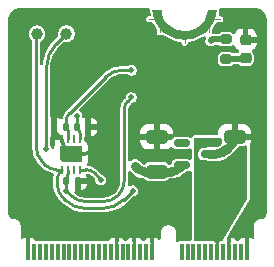
<source format=gbr>
%TF.GenerationSoftware,KiCad,Pcbnew,9.0.0*%
%TF.CreationDate,2025-05-22T17:38:36+04:00*%
%TF.ProjectId,02_06_sensor_temphumid_HDC3022DEJR,30325f30-365f-4736-956e-736f725f7465,rev?*%
%TF.SameCoordinates,Original*%
%TF.FileFunction,Copper,L1,Top*%
%TF.FilePolarity,Positive*%
%FSLAX46Y46*%
G04 Gerber Fmt 4.6, Leading zero omitted, Abs format (unit mm)*
G04 Created by KiCad (PCBNEW 9.0.0) date 2025-05-22 17:38:36*
%MOMM*%
%LPD*%
G01*
G04 APERTURE LIST*
G04 Aperture macros list*
%AMRoundRect*
0 Rectangle with rounded corners*
0 $1 Rounding radius*
0 $2 $3 $4 $5 $6 $7 $8 $9 X,Y pos of 4 corners*
0 Add a 4 corners polygon primitive as box body*
4,1,4,$2,$3,$4,$5,$6,$7,$8,$9,$2,$3,0*
0 Add four circle primitives for the rounded corners*
1,1,$1+$1,$2,$3*
1,1,$1+$1,$4,$5*
1,1,$1+$1,$6,$7*
1,1,$1+$1,$8,$9*
0 Add four rect primitives between the rounded corners*
20,1,$1+$1,$2,$3,$4,$5,0*
20,1,$1+$1,$4,$5,$6,$7,0*
20,1,$1+$1,$6,$7,$8,$9,0*
20,1,$1+$1,$8,$9,$2,$3,0*%
%AMFreePoly0*
4,1,6,0.900000,-0.650013,-0.750013,-0.650013,-0.900000,-0.500000,-0.900000,0.650013,0.900000,0.650013,0.900000,-0.650013,0.900000,-0.650013,$1*%
G04 Aperture macros list end*
%TA.AperFunction,EtchedComponent*%
%ADD10C,0.101600*%
%TD*%
%TA.AperFunction,EtchedComponent*%
%ADD11C,0.000000*%
%TD*%
%TA.AperFunction,SMDPad,CuDef*%
%ADD12R,0.350000X1.450000*%
%TD*%
%TA.AperFunction,ComponentPad*%
%ADD13C,0.454000*%
%TD*%
%TA.AperFunction,SMDPad,CuDef*%
%ADD14RoundRect,0.218750X-0.256250X0.218750X-0.256250X-0.218750X0.256250X-0.218750X0.256250X0.218750X0*%
%TD*%
%TA.AperFunction,SMDPad,CuDef*%
%ADD15C,1.000000*%
%TD*%
%TA.AperFunction,SMDPad,CuDef*%
%ADD16RoundRect,0.135000X-0.135000X-0.185000X0.135000X-0.185000X0.135000X0.185000X-0.135000X0.185000X0*%
%TD*%
%TA.AperFunction,SMDPad,CuDef*%
%ADD17R,0.250013X0.700000*%
%TD*%
%TA.AperFunction,SMDPad,CuDef*%
%ADD18FreePoly0,0.000000*%
%TD*%
%TA.AperFunction,SMDPad,CuDef*%
%ADD19RoundRect,0.150000X0.512500X0.150000X-0.512500X0.150000X-0.512500X-0.150000X0.512500X-0.150000X0*%
%TD*%
%TA.AperFunction,SMDPad,CuDef*%
%ADD20RoundRect,0.140000X-0.140000X-0.170000X0.140000X-0.170000X0.140000X0.170000X-0.140000X0.170000X0*%
%TD*%
%TA.AperFunction,SMDPad,CuDef*%
%ADD21RoundRect,0.135000X0.135000X0.185000X-0.135000X0.185000X-0.135000X-0.185000X0.135000X-0.185000X0*%
%TD*%
%TA.AperFunction,SMDPad,CuDef*%
%ADD22RoundRect,0.250000X0.650000X-0.325000X0.650000X0.325000X-0.650000X0.325000X-0.650000X-0.325000X0*%
%TD*%
%TA.AperFunction,SMDPad,CuDef*%
%ADD23RoundRect,0.200000X-0.275000X0.200000X-0.275000X-0.200000X0.275000X-0.200000X0.275000X0.200000X0*%
%TD*%
%TA.AperFunction,ViaPad*%
%ADD24C,0.700000*%
%TD*%
%TA.AperFunction,ViaPad*%
%ADD25C,0.500000*%
%TD*%
%TA.AperFunction,Conductor*%
%ADD26C,0.500000*%
%TD*%
%TA.AperFunction,Conductor*%
%ADD27C,0.250000*%
%TD*%
%TA.AperFunction,Conductor*%
%ADD28C,0.750000*%
%TD*%
%TA.AperFunction,Conductor*%
%ADD29C,0.300000*%
%TD*%
G04 APERTURE END LIST*
D10*
%TO.C,J1*%
X150401100Y-93365617D02*
X149501100Y-93365617D01*
X150401100Y-93365617D02*
X150401100Y-94465617D01*
X152501100Y-94665617D02*
X152501100Y-95365617D01*
X154601100Y-93365617D02*
X154601100Y-94465617D01*
X154601100Y-93365617D02*
X155501100Y-93365617D01*
D11*
%TA.AperFunction,EtchedComponent*%
G36*
X150589520Y-92903790D02*
G01*
X150672547Y-93182404D01*
X150798137Y-93444600D01*
X150963197Y-93683921D01*
X151163663Y-93894475D01*
X151394599Y-94071077D01*
X151650318Y-94209378D01*
X151924524Y-94305973D01*
X152501100Y-94365617D01*
X152791735Y-94358484D01*
X153077676Y-94305973D01*
X153351882Y-94209378D01*
X153607601Y-94071077D01*
X153838537Y-93894475D01*
X154039003Y-93683921D01*
X154204063Y-93444600D01*
X154329653Y-93182404D01*
X154451100Y-92615617D01*
X155251100Y-92615617D01*
X155188052Y-92979552D01*
X155077551Y-93331991D01*
X154921527Y-93666775D01*
X154722708Y-93978053D01*
X154484567Y-94260387D01*
X154211266Y-94508843D01*
X153907580Y-94719078D01*
X153578818Y-94887420D01*
X153230723Y-95010926D01*
X152869379Y-95087437D01*
X152501100Y-95115617D01*
X152131911Y-95089990D01*
X151769434Y-95015377D01*
X151420137Y-94893111D01*
X151090257Y-94725373D01*
X150785681Y-94515157D01*
X150511846Y-94266216D01*
X150273640Y-93982994D01*
X150075315Y-93670545D01*
X149920411Y-93334448D01*
X149751100Y-92615617D01*
X150551100Y-92615617D01*
X150589520Y-92903790D01*
G37*
%TD.AperFunction*%
%TD*%
D12*
%TO.P,J1,1,GND*%
%TO.N,GND*%
X157751100Y-113090617D03*
%TO.P,J1,3,USB_D+*%
%TO.N,/USB_D+*%
X157251100Y-113090617D03*
%TO.P,J1,5,USB_D-*%
%TO.N,/USB_D-*%
X156751100Y-113090617D03*
%TO.P,J1,7,GND*%
%TO.N,GND*%
X156251100Y-113090617D03*
%TO.P,J1,9,USB_VIN*%
%TO.N,/V_USB*%
X155751100Y-113090617D03*
%TO.P,J1,11,~{BOOT}*%
%TO.N,VIN*%
X155251100Y-113090617D03*
%TO.P,J1,13,RTS1*%
%TO.N,/UART_RTS1*%
X154751100Y-113090617D03*
%TO.P,J1,15,CTS1*%
%TO.N,/UART_CTS1*%
X154251100Y-113090617D03*
%TO.P,J1,17,TX1*%
%TO.N,HDC3022DEJR_TX*%
X153751100Y-113090617D03*
%TO.P,J1,19,RX1*%
%TO.N,HDC3022DEJR_RX*%
X153251100Y-113090617D03*
%TO.P,J1,21,SWDCK*%
%TO.N,/SWDCK*%
X152751100Y-113090617D03*
%TO.P,J1,23,SWDIO*%
%TO.N,/SWDIO*%
X152251100Y-113090617D03*
%TO.P,J1,33,GND*%
%TO.N,GND*%
X149751100Y-113090617D03*
%TO.P,J1,35,USBHOST_D+*%
%TO.N,/USBHOST_D+*%
X149251100Y-113090617D03*
%TO.P,J1,37,USBHOST_D-*%
%TO.N,/USBHOST_D-*%
X148751100Y-113090617D03*
%TO.P,J1,39,GND*%
%TO.N,GND*%
X148251100Y-113090617D03*
%TO.P,J1,41,CAN-RX*%
%TO.N,/CAN-RX*%
X147751100Y-113090617D03*
%TO.P,J1,43,CAN-TX*%
%TO.N,/CAN-TX*%
X147251100Y-113090617D03*
%TO.P,J1,45,GND*%
%TO.N,GND*%
X146751100Y-113090617D03*
%TO.P,J1,47,PWM1*%
%TO.N,/PWM1*%
X146251100Y-113090617D03*
%TO.P,J1,49,BATT_VIN/3*%
%TO.N,/BATT_VIN*%
X145751100Y-113090617D03*
%TO.P,J1,51,I2C_SDA1*%
%TO.N,/I2C_SDA1*%
X145251100Y-113090617D03*
%TO.P,J1,53,I2C_SCL1*%
%TO.N,/I2C_SCL1*%
X144751100Y-113090617D03*
%TO.P,J1,55,SPI_~{CS}*%
%TO.N,/~{SPI_CS}*%
X144251100Y-113090617D03*
%TO.P,J1,57,SPI_SCK*%
%TO.N,/SPI_SCK*%
X143751100Y-113090617D03*
%TO.P,J1,59,SPI_SDO*%
%TO.N,/SPI_COPI-LED_DAT*%
X143251100Y-113090617D03*
%TO.P,J1,61,SPI_SDI*%
%TO.N,/SPI_CIPO-LED_CLK*%
X142751100Y-113090617D03*
%TO.P,J1,63,G10/ADC_D+/CAM_VSYNC*%
%TO.N,/G10-CAM_VSYNC*%
X142251100Y-113090617D03*
%TO.P,J1,65,G9/ADC_D-/CAM_HSYNC*%
%TO.N,/G9-CAM_HSYNC*%
X141751100Y-113090617D03*
%TO.P,J1,67,G8*%
%TO.N,/G8*%
X141251100Y-113090617D03*
%TO.P,J1,69,G7/BUS7*%
%TO.N,/G7*%
X140751100Y-113090617D03*
%TO.P,J1,71,G6/BUS6*%
%TO.N,/G6*%
X140251100Y-113090617D03*
%TO.P,J1,73,G5/BUS5*%
%TO.N,/G5*%
X139751100Y-113090617D03*
%TO.P,J1,75,GND*%
%TO.N,GND*%
X139251100Y-113090617D03*
D13*
%TO.P,J1,GND1,GND*%
X150401100Y-93365617D03*
%TO.P,J1,GND2,GND*%
X152501100Y-94665617D03*
%TO.P,J1,GND3,GND*%
X154601100Y-93365617D03*
%TD*%
D14*
%TO.P,D1,1,K*%
%TO.N,GND*%
X157660000Y-95112500D03*
%TO.P,D1,2,A*%
%TO.N,Net-(D1-A)*%
X157660000Y-96687500D03*
%TD*%
D15*
%TO.P,SCL,1,1*%
%TO.N,HDC3022DEJR_SCL*%
X142500000Y-94600000D03*
%TD*%
%TO.P,SDA,1,1*%
%TO.N,HDC3022DEJR_SDA*%
X140000000Y-94600000D03*
%TD*%
D16*
%TO.P,R2,1*%
%TO.N,HDC3022DEJR_ADDR*%
X142439809Y-107099950D03*
%TO.P,R2,2*%
%TO.N,GND*%
X143459809Y-107099950D03*
%TD*%
D17*
%TO.P,U1,1,SDA*%
%TO.N,HDC3022DEJR_SDA*%
X142149936Y-106099950D03*
%TO.P,U1,2,ADDR*%
%TO.N,HDC3022DEJR_ADDR*%
X142649809Y-106099950D03*
%TO.P,U1,3,ALERT*%
%TO.N,HDC3022DEJR_INT*%
X143149936Y-106099950D03*
%TO.P,U1,4,SCL*%
%TO.N,HDC3022DEJR_SCL*%
X143650064Y-106099950D03*
%TO.P,U1,5,VDD*%
%TO.N,+3V3*%
X143650064Y-103500000D03*
%TO.P,U1,6,RESET#*%
%TO.N,unconnected-(U1-RESET#-Pad6)*%
X143149936Y-103500000D03*
%TO.P,U1,7,ADDR1*%
%TO.N,HDC3022DEJR_ADDR1*%
X142649809Y-103500000D03*
%TO.P,U1,8,GND*%
%TO.N,GND*%
X142149936Y-103500000D03*
D18*
%TO.P,U1,9,EP*%
X142884760Y-104787275D03*
%TD*%
D19*
%TO.P,U2,1,VIN*%
%TO.N,VIN*%
X154537500Y-105750000D03*
%TO.P,U2,2,GND*%
%TO.N,GND*%
X154537500Y-104800000D03*
%TO.P,U2,3,EN*%
%TO.N,VIN*%
X154537500Y-103850000D03*
%TO.P,U2,4,NC*%
%TO.N,unconnected-(U2-NC-Pad4)*%
X152262500Y-103850000D03*
%TO.P,U2,5,VOUT*%
%TO.N,+3V3*%
X152262500Y-105750000D03*
%TD*%
D20*
%TO.P,C1,1*%
%TO.N,+3V3*%
X143369809Y-102499950D03*
%TO.P,C1,2*%
%TO.N,GND*%
X144329809Y-102499950D03*
%TD*%
D21*
%TO.P,R3,1*%
%TO.N,HDC3022DEJR_ADDR1*%
X142459809Y-102499950D03*
%TO.P,R3,2*%
%TO.N,GND*%
X141439809Y-102499950D03*
%TD*%
D22*
%TO.P,C3,1*%
%TO.N,VIN*%
X156737500Y-106275000D03*
%TO.P,C3,2*%
%TO.N,GND*%
X156737500Y-103325000D03*
%TD*%
D23*
%TO.P,R1,1*%
%TO.N,+3V3*%
X156000000Y-95075000D03*
%TO.P,R1,2*%
%TO.N,Net-(D1-A)*%
X156000000Y-96725000D03*
%TD*%
D22*
%TO.P,C4,1*%
%TO.N,+3V3*%
X150137500Y-106275000D03*
%TO.P,C4,2*%
%TO.N,GND*%
X150137500Y-103325000D03*
%TD*%
D24*
%TO.N,GND*%
X156600000Y-101500000D03*
X156600000Y-100500000D03*
X157600000Y-99500000D03*
X157600000Y-100500000D03*
X157600000Y-101500000D03*
X155600000Y-101500000D03*
X147100000Y-94400000D03*
X147100000Y-95400000D03*
X146100000Y-96400000D03*
X146100000Y-95400000D03*
X146100000Y-94400000D03*
X148100000Y-94400000D03*
D25*
%TO.N,+3V3*%
X148300000Y-105800000D03*
X154700000Y-95200000D03*
X143369809Y-101530191D03*
%TO.N,HDC3022DEJR_SCL*%
X140800000Y-104400000D03*
X145400000Y-107000000D03*
%TO.N,HDC3022DEJR_SDA*%
X148100000Y-107900000D03*
%TO.N,HDC3022DEJR_ADDR*%
X142500000Y-107900000D03*
X148000000Y-100000000D03*
%TO.N,HDC3022DEJR_ADDR1*%
X148000000Y-97700000D03*
%TD*%
D26*
%TO.N,+3V3*%
X154700000Y-95200000D02*
X154825000Y-95075000D01*
X154825000Y-95075000D02*
X156000000Y-95075000D01*
D27*
%TO.N,HDC3022DEJR_ADDR1*%
X142768937Y-101316474D02*
G75*
G03*
X142459780Y-102062776I746263J-746326D01*
G01*
X147192706Y-97700000D02*
G75*
G03*
X145814561Y-98270836I-6J-1949000D01*
G01*
%TO.N,HDC3022DEJR_ADDR*%
X142439809Y-107099950D02*
X142439809Y-107389900D01*
D28*
%TO.N,VIN*%
X155104100Y-105750000D02*
X154537500Y-105750000D01*
D29*
%TO.N,GND*%
X142615008Y-104517523D02*
G75*
G03*
X143266246Y-104787246I651192J651223D01*
G01*
X144506362Y-104593637D02*
G75*
G02*
X144038880Y-104787273I-467462J467437D01*
G01*
D27*
X142052275Y-103402339D02*
G75*
G02*
X142149926Y-103638112I-235775J-235761D01*
G01*
%TO.N,+3V3*%
X143369809Y-102400865D02*
G75*
G03*
X143439859Y-102570026I239191J-35D01*
G01*
D29*
%TO.N,GND*%
X144506362Y-104593637D02*
X144700000Y-104400000D01*
X143266246Y-104787275D02*
X144038880Y-104787275D01*
D27*
%TO.N,HDC3022DEJR_ADDR1*%
X148000000Y-97700000D02*
X147192706Y-97700000D01*
X142768937Y-101316474D02*
X145814568Y-98270843D01*
X142459809Y-102062776D02*
X142459809Y-102499950D01*
%TO.N,+3V3*%
X143650064Y-102978375D02*
X143650064Y-103500000D01*
D28*
X148537500Y-106037500D02*
X148300000Y-105800000D01*
X150137500Y-106275000D02*
X149110875Y-106275000D01*
X150137500Y-106275000D02*
X151366268Y-106275000D01*
D27*
X143369809Y-101530191D02*
X143369809Y-102400865D01*
X143509936Y-102640077D02*
X143439872Y-102570013D01*
D28*
X152000000Y-106012500D02*
X152262500Y-105750000D01*
D27*
X143509936Y-102640077D02*
G75*
G02*
X143650070Y-102978375I-338336J-338323D01*
G01*
D28*
X148537500Y-106037500D02*
G75*
G03*
X149110875Y-106275010I573400J573400D01*
G01*
X151366268Y-106275000D02*
G75*
G03*
X152000009Y-106012509I32J896200D01*
G01*
%TO.N,GND*%
X156618529Y-103780470D02*
X155974296Y-104424702D01*
X156737500Y-103493250D02*
X156737500Y-103325000D01*
D29*
X142615008Y-104517523D02*
X142345256Y-104247771D01*
D27*
X141542312Y-102892376D02*
X142052275Y-103402339D01*
X141439809Y-102644911D02*
X141439809Y-102499950D01*
D28*
X155068250Y-104800000D02*
X154537500Y-104800000D01*
D29*
X142149936Y-103776225D02*
X142149936Y-103638112D01*
D27*
X141542312Y-102892376D02*
G75*
G02*
X141439808Y-102644911I247488J247476D01*
G01*
D28*
X156737500Y-103493250D02*
G75*
G02*
X156618506Y-103780447I-406200J50D01*
G01*
D29*
X142149936Y-103776225D02*
G75*
G03*
X142345269Y-104247758I666864J25D01*
G01*
D28*
X155068250Y-104800000D02*
G75*
G03*
X155974263Y-104424669I-50J1281300D01*
G01*
%TO.N,VIN*%
X154537500Y-105750000D02*
X154254200Y-105750000D01*
D26*
X154254200Y-103850000D02*
X154537500Y-103850000D01*
D28*
X156475000Y-106012500D02*
X156737500Y-106275000D01*
X155841268Y-105750000D02*
X155104100Y-105750000D01*
X155841268Y-105750000D02*
G75*
G02*
X156475009Y-106012491I32J-896200D01*
G01*
D26*
%TO.N,Net-(D1-A)*%
X157641250Y-96706250D02*
X157660000Y-96687500D01*
X157595983Y-96725000D02*
X156000000Y-96725000D01*
X157595983Y-96725000D02*
G75*
G03*
X157641255Y-96706255I17J64000D01*
G01*
D27*
%TO.N,HDC3022DEJR_SCL*%
X144935785Y-106435785D02*
X145364644Y-106864644D01*
X140800000Y-97502081D02*
X140800000Y-104400000D01*
X141650000Y-95450000D02*
X142500000Y-94600000D01*
X144125007Y-106099950D02*
X143650064Y-106099950D01*
X145400000Y-107000000D02*
X145400000Y-106950000D01*
X144935785Y-106435785D02*
G75*
G03*
X144125007Y-106099956I-810785J-810815D01*
G01*
X145364644Y-106864644D02*
G75*
G02*
X145400003Y-106950000I-85344J-85356D01*
G01*
X140800000Y-97502081D02*
G75*
G02*
X141650005Y-95450005I2902100J-19D01*
G01*
%TO.N,HDC3022DEJR_SDA*%
X142400000Y-108700000D02*
X142212692Y-108512692D01*
X148100000Y-107900000D02*
X147350000Y-108650000D01*
X141617649Y-106099950D02*
X142149936Y-106099950D01*
X139962000Y-94638000D02*
X140000000Y-94600000D01*
X145539339Y-109400000D02*
X144089949Y-109400000D01*
X142149936Y-106099950D02*
X141924968Y-106324918D01*
X141700000Y-107274943D02*
X141700000Y-106868038D01*
X139924000Y-104117381D02*
X139924000Y-94729740D01*
X140504681Y-105519269D02*
X140708978Y-105723566D01*
X139924000Y-94729740D02*
G75*
G02*
X139961988Y-94637988I129700J40D01*
G01*
X141700000Y-107274943D02*
G75*
G03*
X142212722Y-108512662I1750400J43D01*
G01*
X145539339Y-109400000D02*
G75*
G03*
X147349988Y-108649988I-39J2560700D01*
G01*
X140504681Y-105519269D02*
G75*
G02*
X139924022Y-104117381I1401919J1401869D01*
G01*
X141924968Y-106324918D02*
G75*
G03*
X141700031Y-106868038I543132J-543082D01*
G01*
X140708978Y-105723566D02*
G75*
G03*
X141617649Y-106099987I908722J908666D01*
G01*
X142400000Y-108700000D02*
G75*
G03*
X144089949Y-109400021I1690000J1690000D01*
G01*
%TO.N,HDC3022DEJR_ADDR*%
X142544809Y-106705000D02*
X142542321Y-106707487D01*
X142649809Y-106451507D02*
X142649809Y-106099950D01*
X145652747Y-108800000D02*
X144036396Y-108800000D01*
X142950000Y-108350000D02*
X142500000Y-107900000D01*
X142439809Y-107797247D02*
X142439809Y-107389900D01*
X148000000Y-100000000D02*
X147700000Y-100300000D01*
X142439809Y-106954975D02*
X142439809Y-107099950D01*
X147400000Y-107052747D02*
X147400000Y-101024264D01*
X142469904Y-107869904D02*
X142500000Y-107900000D01*
X142544809Y-106705000D02*
G75*
G03*
X142649810Y-106451507I-253509J253500D01*
G01*
X142950000Y-108350000D02*
G75*
G03*
X144036396Y-108800002I1086400J1086400D01*
G01*
X147400000Y-101024264D02*
G75*
G02*
X147700011Y-100300011I1024300J-36D01*
G01*
X142439809Y-107797247D02*
G75*
G03*
X142469920Y-107869888I102791J47D01*
G01*
X146888241Y-108288241D02*
G75*
G02*
X145652747Y-108800019I-1235541J1235541D01*
G01*
X146888241Y-108288241D02*
G75*
G03*
X147400019Y-107052747I-1235541J1235541D01*
G01*
X142439809Y-106954975D02*
G75*
G02*
X142542336Y-106707502I349991J-25D01*
G01*
%TO.N,HDC3022DEJR_ADDR1*%
X142649809Y-102824300D02*
X142649809Y-103500000D01*
X142554809Y-102594950D02*
G75*
G02*
X142459821Y-102365599I229391J229350D01*
G01*
X142649809Y-102824300D02*
G75*
G03*
X142554801Y-102594958I-324309J0D01*
G01*
%TD*%
%TA.AperFunction,Conductor*%
%TO.N,VIN*%
G36*
X155580039Y-103419685D02*
G01*
X155625794Y-103472489D01*
X155637000Y-103524000D01*
X155637000Y-103704269D01*
X155639853Y-103734698D01*
X155668701Y-103817141D01*
X155669546Y-103833707D01*
X155675343Y-103849249D01*
X155671290Y-103867878D01*
X155672262Y-103886920D01*
X155663893Y-103901880D01*
X155660491Y-103917522D01*
X155639340Y-103945776D01*
X155621098Y-103964018D01*
X155621058Y-103964054D01*
X155571644Y-104013473D01*
X155562628Y-104021644D01*
X155469819Y-104097818D01*
X155449609Y-104111324D01*
X155349115Y-104165046D01*
X155326656Y-104174350D01*
X155217616Y-104207432D01*
X155193776Y-104212175D01*
X155084626Y-104222930D01*
X155074763Y-104223902D01*
X155062605Y-104224500D01*
X154461734Y-104224500D01*
X154315365Y-104263719D01*
X154315364Y-104263719D01*
X154315362Y-104263720D01*
X154315359Y-104263721D01*
X154282166Y-104282886D01*
X154220165Y-104299500D01*
X153991739Y-104299500D01*
X153923608Y-104309426D01*
X153818514Y-104360803D01*
X153735803Y-104443514D01*
X153684426Y-104548608D01*
X153674500Y-104616739D01*
X153674500Y-104983260D01*
X153684426Y-105051391D01*
X153735803Y-105156485D01*
X153818514Y-105239196D01*
X153818515Y-105239196D01*
X153818517Y-105239198D01*
X153923607Y-105290573D01*
X153957673Y-105295536D01*
X153991739Y-105300500D01*
X153991740Y-105300500D01*
X154220165Y-105300500D01*
X154282166Y-105317114D01*
X154315359Y-105336278D01*
X154315360Y-105336278D01*
X154315365Y-105336281D01*
X154461734Y-105375500D01*
X154990775Y-105375500D01*
X154998383Y-105375500D01*
X154998394Y-105375503D01*
X155016875Y-105375502D01*
X155017031Y-105375547D01*
X155068272Y-105375545D01*
X155068272Y-105375546D01*
X155189979Y-105375541D01*
X155431307Y-105343759D01*
X155431311Y-105343758D01*
X155666419Y-105280750D01*
X155666420Y-105280749D01*
X155666422Y-105280749D01*
X155891302Y-105187589D01*
X155891310Y-105187583D01*
X155891313Y-105187583D01*
X155982117Y-105135150D01*
X156102097Y-105065873D01*
X156120969Y-105051391D01*
X156295193Y-104917691D01*
X156295194Y-104917690D01*
X156295202Y-104917684D01*
X156333173Y-104879708D01*
X156371143Y-104841736D01*
X156371144Y-104841733D01*
X157076060Y-104136819D01*
X157137383Y-104103334D01*
X157163741Y-104100500D01*
X157441770Y-104100500D01*
X157472199Y-104097646D01*
X157472201Y-104097646D01*
X157536290Y-104075219D01*
X157600382Y-104052793D01*
X157602365Y-104051329D01*
X157604910Y-104050399D01*
X157608601Y-104048449D01*
X157608867Y-104048953D01*
X157667991Y-104027357D01*
X157736162Y-104042671D01*
X157785232Y-104092409D01*
X157800000Y-104151098D01*
X157800000Y-108565888D01*
X157782552Y-108629312D01*
X155713963Y-112104541D01*
X155662759Y-112152079D01*
X155607411Y-112165117D01*
X155556347Y-112165117D01*
X155497870Y-112176748D01*
X155497869Y-112176749D01*
X155431547Y-112221064D01*
X155387232Y-112287386D01*
X155387231Y-112287387D01*
X155375600Y-112345864D01*
X155375600Y-112638879D01*
X155371196Y-112654886D01*
X155371705Y-112669715D01*
X155358152Y-112702303D01*
X155357152Y-112703983D01*
X155305948Y-112751521D01*
X155237171Y-112763830D01*
X155172658Y-112737001D01*
X155132890Y-112679552D01*
X155126600Y-112640559D01*
X155126600Y-112345866D01*
X155126599Y-112345864D01*
X155114968Y-112287387D01*
X155114967Y-112287386D01*
X155070652Y-112221064D01*
X155004330Y-112176749D01*
X155004329Y-112176748D01*
X154945852Y-112165117D01*
X154945848Y-112165117D01*
X154556352Y-112165117D01*
X154556351Y-112165117D01*
X154525288Y-112171295D01*
X154476912Y-112171295D01*
X154445849Y-112165117D01*
X154445848Y-112165117D01*
X154056352Y-112165117D01*
X154056351Y-112165117D01*
X154025288Y-112171295D01*
X153976912Y-112171295D01*
X153945849Y-112165117D01*
X153945848Y-112165117D01*
X153556352Y-112165117D01*
X153556351Y-112165117D01*
X153525288Y-112171295D01*
X153523521Y-112171370D01*
X153522693Y-112171782D01*
X153515677Y-112171707D01*
X153487417Y-112172920D01*
X153482121Y-112172332D01*
X153445848Y-112165117D01*
X153417135Y-112165117D01*
X153410317Y-112164360D01*
X153384157Y-112153417D01*
X153356961Y-112145432D01*
X153352353Y-112140114D01*
X153345859Y-112137398D01*
X153329767Y-112114048D01*
X153311206Y-112092628D01*
X153309453Y-112084573D01*
X153306210Y-112079867D01*
X153305823Y-112067887D01*
X153300000Y-112041117D01*
X153300000Y-103524000D01*
X153319685Y-103456961D01*
X153372489Y-103411206D01*
X153424000Y-103400000D01*
X155513000Y-103400000D01*
X155580039Y-103419685D01*
G37*
%TD.AperFunction*%
%TD*%
%TA.AperFunction,Conductor*%
%TO.N,GND*%
G36*
X149497374Y-92435802D02*
G01*
X149543129Y-92488606D01*
X149553073Y-92557764D01*
X149551414Y-92566873D01*
X149550440Y-92571277D01*
X149551073Y-92662731D01*
X149621536Y-92961888D01*
X149617746Y-93031655D01*
X149576838Y-93088297D01*
X149511801Y-93113831D01*
X149500839Y-93114317D01*
X149451111Y-93114317D01*
X149358749Y-93152575D01*
X149288058Y-93223266D01*
X149249800Y-93315628D01*
X149249800Y-93415605D01*
X149262959Y-93447373D01*
X149288058Y-93507967D01*
X149358750Y-93578659D01*
X149451113Y-93616917D01*
X149635438Y-93616917D01*
X149697636Y-93633645D01*
X149848942Y-93721375D01*
X149859394Y-93732378D01*
X149872847Y-93739415D01*
X149895638Y-93769333D01*
X149901808Y-93780662D01*
X149901815Y-93780673D01*
X150100140Y-94093122D01*
X150113625Y-94111522D01*
X150116374Y-94115272D01*
X150116377Y-94115277D01*
X150120693Y-94120407D01*
X150148783Y-94184381D01*
X150149800Y-94200227D01*
X150149800Y-94515605D01*
X150164880Y-94552011D01*
X150188058Y-94607967D01*
X150258750Y-94678659D01*
X150351113Y-94716917D01*
X150351115Y-94716917D01*
X150451085Y-94716917D01*
X150451087Y-94716917D01*
X150543450Y-94678659D01*
X150543452Y-94678656D01*
X150554436Y-94674107D01*
X150623906Y-94666638D01*
X150672325Y-94686614D01*
X150973526Y-94894501D01*
X150984141Y-94900824D01*
X150997091Y-94908539D01*
X150997100Y-94908544D01*
X150997114Y-94908552D01*
X151154343Y-94988500D01*
X151315282Y-95070335D01*
X151326994Y-95076290D01*
X151327004Y-95076294D01*
X151327016Y-95076300D01*
X151352243Y-95087072D01*
X151601185Y-95174210D01*
X151701541Y-95209338D01*
X151728002Y-95216657D01*
X152090479Y-95291270D01*
X152100226Y-95292605D01*
X152106519Y-95293468D01*
X152137137Y-95301758D01*
X152174001Y-95317027D01*
X152228405Y-95360868D01*
X152248167Y-95407397D01*
X152249799Y-95415601D01*
X152249800Y-95415603D01*
X152249800Y-95415604D01*
X152288058Y-95507967D01*
X152358750Y-95578659D01*
X152451113Y-95616917D01*
X152451115Y-95616917D01*
X152551085Y-95616917D01*
X152551087Y-95616917D01*
X152643450Y-95578659D01*
X152714142Y-95507967D01*
X152752400Y-95415604D01*
X152752400Y-95415596D01*
X152754030Y-95407403D01*
X152757710Y-95400365D01*
X152757994Y-95392429D01*
X152773671Y-95369848D01*
X152786412Y-95345490D01*
X152794328Y-95340097D01*
X152797842Y-95335037D01*
X152828196Y-95317027D01*
X152874850Y-95297702D01*
X152904696Y-95289520D01*
X152911948Y-95288480D01*
X153212085Y-95224929D01*
X153273279Y-95211972D01*
X153273289Y-95211970D01*
X153299422Y-95204602D01*
X153299427Y-95204600D01*
X153299439Y-95204597D01*
X153647534Y-95081091D01*
X153672479Y-95070335D01*
X154001241Y-94901993D01*
X154024549Y-94888041D01*
X154129067Y-94815685D01*
X154195389Y-94793712D01*
X154263064Y-94811084D01*
X154310605Y-94862286D01*
X154322916Y-94931063D01*
X154307033Y-94979638D01*
X154280200Y-95026113D01*
X154280200Y-95026117D01*
X154274727Y-95046542D01*
X154249500Y-95140691D01*
X154249500Y-95259309D01*
X154253324Y-95273580D01*
X154273308Y-95348162D01*
X154273308Y-95348163D01*
X154280199Y-95373884D01*
X154290906Y-95392429D01*
X154339511Y-95476614D01*
X154423386Y-95560489D01*
X154526113Y-95619799D01*
X154550321Y-95626284D01*
X154550324Y-95626286D01*
X154550325Y-95626286D01*
X154564033Y-95629959D01*
X154640691Y-95650500D01*
X154640693Y-95650500D01*
X154759308Y-95650500D01*
X154759309Y-95650500D01*
X154849673Y-95626286D01*
X154873887Y-95619799D01*
X154976614Y-95560489D01*
X154988347Y-95548755D01*
X155004650Y-95540068D01*
X155021503Y-95536580D01*
X155036607Y-95528334D01*
X155062965Y-95525500D01*
X155357746Y-95525500D01*
X155424785Y-95545185D01*
X155445428Y-95561820D01*
X155486653Y-95603046D01*
X155486655Y-95603047D01*
X155486658Y-95603050D01*
X155599694Y-95660645D01*
X155599698Y-95660647D01*
X155693475Y-95675499D01*
X155693481Y-95675500D01*
X156306518Y-95675499D01*
X156400304Y-95660646D01*
X156513342Y-95603050D01*
X156538905Y-95577486D01*
X156600226Y-95544002D01*
X156669918Y-95548986D01*
X156725852Y-95590856D01*
X156744292Y-95626165D01*
X156747905Y-95637070D01*
X156747908Y-95637077D01*
X156836114Y-95780080D01*
X156954919Y-95898885D01*
X157084793Y-95978992D01*
X157099318Y-95995140D01*
X157117030Y-96007706D01*
X157122220Y-96020603D01*
X157131517Y-96030940D01*
X157135005Y-96052376D01*
X157143113Y-96072524D01*
X157140506Y-96086178D01*
X157142740Y-96099903D01*
X157134084Y-96119823D01*
X157130013Y-96141154D01*
X157117144Y-96158811D01*
X157114896Y-96163985D01*
X157109592Y-96169941D01*
X157108487Y-96171103D01*
X157060342Y-96219249D01*
X157057563Y-96224702D01*
X157046915Y-96235910D01*
X157023467Y-96249502D01*
X157002012Y-96266049D01*
X156991529Y-96268017D01*
X156986468Y-96270952D01*
X156977980Y-96270562D01*
X156957019Y-96274500D01*
X156642254Y-96274500D01*
X156575215Y-96254815D01*
X156554572Y-96238180D01*
X156513346Y-96196953D01*
X156513344Y-96196952D01*
X156513342Y-96196950D01*
X156436517Y-96157805D01*
X156400301Y-96139352D01*
X156306524Y-96124500D01*
X155693482Y-96124500D01*
X155612519Y-96137323D01*
X155599696Y-96139354D01*
X155486658Y-96196950D01*
X155486657Y-96196951D01*
X155486652Y-96196954D01*
X155396954Y-96286652D01*
X155396951Y-96286657D01*
X155339352Y-96399698D01*
X155324500Y-96493475D01*
X155324500Y-96956517D01*
X155335292Y-97024657D01*
X155339354Y-97050304D01*
X155396950Y-97163342D01*
X155396952Y-97163344D01*
X155396954Y-97163347D01*
X155486652Y-97253045D01*
X155486654Y-97253046D01*
X155486658Y-97253050D01*
X155598332Y-97309951D01*
X155599698Y-97310647D01*
X155693475Y-97325499D01*
X155693481Y-97325500D01*
X156306518Y-97325499D01*
X156400304Y-97310646D01*
X156513342Y-97253050D01*
X156554572Y-97211820D01*
X156615895Y-97178334D01*
X156642254Y-97175500D01*
X157028729Y-97175500D01*
X157095768Y-97195185D01*
X157116411Y-97211820D01*
X157154244Y-97249654D01*
X157154246Y-97249655D01*
X157154249Y-97249658D01*
X157272580Y-97309951D01*
X157272581Y-97309951D01*
X157272583Y-97309952D01*
X157272582Y-97309952D01*
X157370749Y-97325500D01*
X157370754Y-97325500D01*
X157949251Y-97325500D01*
X158047417Y-97309952D01*
X158047418Y-97309951D01*
X158047420Y-97309951D01*
X158165751Y-97249658D01*
X158259658Y-97155751D01*
X158319951Y-97037420D01*
X158319951Y-97037418D01*
X158319952Y-97037417D01*
X158335500Y-96939251D01*
X158335500Y-96435748D01*
X158319952Y-96337582D01*
X158319951Y-96337580D01*
X158259658Y-96219249D01*
X158259654Y-96219245D01*
X158259653Y-96219243D01*
X158212622Y-96172212D01*
X158179137Y-96110889D01*
X158184121Y-96041197D01*
X158225993Y-95985264D01*
X158235207Y-95978992D01*
X158365078Y-95898887D01*
X158483885Y-95780080D01*
X158572091Y-95637077D01*
X158572093Y-95637072D01*
X158624942Y-95477583D01*
X158634999Y-95379150D01*
X158635000Y-95379137D01*
X158635000Y-95362500D01*
X157784000Y-95362500D01*
X157716961Y-95342815D01*
X157671206Y-95290011D01*
X157660000Y-95238500D01*
X157660000Y-95112500D01*
X157534000Y-95112500D01*
X157466961Y-95092815D01*
X157421206Y-95040011D01*
X157410000Y-94988500D01*
X157410000Y-94862500D01*
X157910000Y-94862500D01*
X158634999Y-94862500D01*
X158634999Y-94845864D01*
X158634998Y-94845847D01*
X158624943Y-94747416D01*
X158572093Y-94587927D01*
X158572091Y-94587922D01*
X158483885Y-94444919D01*
X158365080Y-94326114D01*
X158222077Y-94237908D01*
X158222072Y-94237906D01*
X158062583Y-94185057D01*
X157964150Y-94175000D01*
X157910000Y-94175000D01*
X157910000Y-94862500D01*
X157410000Y-94862500D01*
X157410000Y-94175000D01*
X157409999Y-94174999D01*
X157355864Y-94175000D01*
X157355847Y-94175001D01*
X157257415Y-94185057D01*
X157097927Y-94237906D01*
X157097922Y-94237908D01*
X156954919Y-94326114D01*
X156836113Y-94444920D01*
X156836110Y-94444924D01*
X156756381Y-94574185D01*
X156704433Y-94620910D01*
X156635471Y-94632131D01*
X156571389Y-94604288D01*
X156563162Y-94596769D01*
X156513347Y-94546954D01*
X156513344Y-94546952D01*
X156513342Y-94546950D01*
X156436517Y-94507805D01*
X156400301Y-94489352D01*
X156306524Y-94474500D01*
X155693482Y-94474500D01*
X155612519Y-94487323D01*
X155599696Y-94489354D01*
X155486658Y-94546950D01*
X155486657Y-94546951D01*
X155486653Y-94546953D01*
X155445428Y-94588180D01*
X155384105Y-94621666D01*
X155357746Y-94624500D01*
X154976400Y-94624500D01*
X154909361Y-94604815D01*
X154863606Y-94552011D01*
X154852400Y-94500500D01*
X154852400Y-94188293D01*
X154872085Y-94121254D01*
X154879023Y-94111522D01*
X154879762Y-94110582D01*
X154879791Y-94110549D01*
X154895895Y-94088671D01*
X155094714Y-93777393D01*
X155099973Y-93767817D01*
X155149092Y-93718757D01*
X155307194Y-93632162D01*
X155335162Y-93626040D01*
X155362335Y-93616996D01*
X155366761Y-93616917D01*
X155551085Y-93616917D01*
X155551087Y-93616917D01*
X155643450Y-93578659D01*
X155714142Y-93507967D01*
X155752400Y-93415604D01*
X155752400Y-93315630D01*
X155714142Y-93223267D01*
X155643450Y-93152575D01*
X155551088Y-93114317D01*
X155551087Y-93114317D01*
X155520595Y-93114317D01*
X155453556Y-93094632D01*
X155407801Y-93041828D01*
X155397857Y-92972670D01*
X155398415Y-92969150D01*
X155416189Y-92866553D01*
X155453584Y-92650695D01*
X155451448Y-92569889D01*
X155451446Y-92569885D01*
X155451306Y-92569305D01*
X155451387Y-92567614D01*
X155451100Y-92556751D01*
X155451909Y-92556729D01*
X155454657Y-92499516D01*
X155495207Y-92442617D01*
X155560082Y-92416674D01*
X155571822Y-92416117D01*
X158493234Y-92416117D01*
X158506716Y-92416852D01*
X158537216Y-92420187D01*
X158653104Y-92432863D01*
X158673654Y-92436890D01*
X158811775Y-92476317D01*
X158831349Y-92483743D01*
X158960838Y-92545843D01*
X158960865Y-92545856D01*
X158978917Y-92556475D01*
X159067068Y-92618914D01*
X159096114Y-92639488D01*
X159096133Y-92639501D01*
X159112142Y-92653009D01*
X159213701Y-92754570D01*
X159227208Y-92770578D01*
X159310233Y-92887796D01*
X159320852Y-92905850D01*
X159382957Y-93035356D01*
X159390387Y-93054939D01*
X159429813Y-93193063D01*
X159433840Y-93213617D01*
X159449865Y-93360146D01*
X159450600Y-93373627D01*
X159450600Y-109755872D01*
X159449451Y-109772714D01*
X159435814Y-109872185D01*
X159429333Y-109898169D01*
X159396341Y-109987818D01*
X159384432Y-110011804D01*
X159379611Y-110019341D01*
X159332964Y-110092274D01*
X159316183Y-110113144D01*
X159248633Y-110180692D01*
X159227763Y-110197471D01*
X159147286Y-110248941D01*
X159123298Y-110260850D01*
X159033656Y-110293836D01*
X159007671Y-110300317D01*
X158906155Y-110314230D01*
X158892791Y-110315329D01*
X158872130Y-110315907D01*
X158864324Y-110317542D01*
X158838078Y-110319407D01*
X158838072Y-110319408D01*
X158723484Y-110352555D01*
X158618415Y-110409056D01*
X158618407Y-110409062D01*
X158527573Y-110486380D01*
X158455019Y-110581074D01*
X158455018Y-110581076D01*
X158403992Y-110688904D01*
X158388678Y-110754259D01*
X158376775Y-110805053D01*
X158376007Y-110844291D01*
X158375600Y-110844699D01*
X158375600Y-110865177D01*
X158375590Y-110865687D01*
X158375579Y-110866282D01*
X158375579Y-110866318D01*
X158375020Y-110896650D01*
X158375600Y-110900539D01*
X158375600Y-111829809D01*
X158355915Y-111896848D01*
X158303111Y-111942603D01*
X158233953Y-111952547D01*
X158177290Y-111929077D01*
X158168188Y-111922263D01*
X158168186Y-111922262D01*
X158033479Y-111872020D01*
X158033472Y-111872018D01*
X157973944Y-111865617D01*
X157926100Y-111865617D01*
X157926100Y-112966617D01*
X157923549Y-112975302D01*
X157924838Y-112984264D01*
X157913859Y-113008304D01*
X157906415Y-113033656D01*
X157899574Y-113039583D01*
X157895813Y-113047820D01*
X157873578Y-113062109D01*
X157853611Y-113079411D01*
X157843096Y-113081698D01*
X157837035Y-113085594D01*
X157802100Y-113090617D01*
X157750600Y-113090617D01*
X157683561Y-113070932D01*
X157637806Y-113018128D01*
X157626600Y-112966617D01*
X157626600Y-112345866D01*
X157626599Y-112345864D01*
X157614968Y-112287390D01*
X157614967Y-112287389D01*
X157614967Y-112287386D01*
X157596997Y-112260493D01*
X157576120Y-112193816D01*
X157576100Y-112191603D01*
X157576100Y-111865617D01*
X157528255Y-111865617D01*
X157468727Y-111872018D01*
X157468720Y-111872020D01*
X157334013Y-111922262D01*
X157334006Y-111922266D01*
X157218912Y-112008426D01*
X157137956Y-112116568D01*
X157115880Y-112133092D01*
X157096007Y-112152214D01*
X157086583Y-112155023D01*
X157082022Y-112158438D01*
X157062706Y-112163908D01*
X157056582Y-112165117D01*
X157056352Y-112165117D01*
X157025824Y-112171189D01*
X157025116Y-112171329D01*
X157024742Y-112171295D01*
X156976912Y-112171295D01*
X156939876Y-112163929D01*
X156940408Y-112161253D01*
X156886509Y-112139452D01*
X156864243Y-112116567D01*
X156783290Y-112008429D01*
X156783287Y-112008426D01*
X156668193Y-111922266D01*
X156668186Y-111922262D01*
X156533479Y-111872020D01*
X156533472Y-111872018D01*
X156473944Y-111865617D01*
X156426100Y-111865617D01*
X156426100Y-112191603D01*
X156423549Y-112200288D01*
X156424838Y-112209250D01*
X156408065Y-112253021D01*
X156406415Y-112258642D01*
X156405661Y-112259294D01*
X156405202Y-112260494D01*
X156387233Y-112287386D01*
X156387231Y-112287390D01*
X156375600Y-112345864D01*
X156375600Y-112966617D01*
X156373049Y-112975302D01*
X156374338Y-112984264D01*
X156363359Y-113008304D01*
X156355915Y-113033656D01*
X156349074Y-113039583D01*
X156345313Y-113047820D01*
X156323078Y-113062109D01*
X156303111Y-113079411D01*
X156292596Y-113081698D01*
X156286535Y-113085594D01*
X156251600Y-113090617D01*
X156250600Y-113090617D01*
X156183561Y-113070932D01*
X156137806Y-113018128D01*
X156126600Y-112966617D01*
X156126600Y-112345866D01*
X156126599Y-112345864D01*
X156114968Y-112287390D01*
X156114967Y-112287389D01*
X156114967Y-112287386D01*
X156096997Y-112260493D01*
X156093960Y-112250793D01*
X156087306Y-112243114D01*
X156083697Y-112218014D01*
X156076120Y-112193816D01*
X156076100Y-112191603D01*
X156076100Y-111932034D01*
X156093548Y-111868610D01*
X156377053Y-111392323D01*
X157959137Y-108734422D01*
X157980691Y-108683820D01*
X157998139Y-108620396D01*
X158000592Y-108602226D01*
X158005500Y-108565892D01*
X158005500Y-104151099D01*
X158003786Y-104137262D01*
X158003183Y-104132396D01*
X158014475Y-104063447D01*
X158020704Y-104052054D01*
X158071856Y-103969125D01*
X158127005Y-103802697D01*
X158127006Y-103802690D01*
X158137499Y-103699986D01*
X158137500Y-103699973D01*
X158137500Y-103575000D01*
X156861500Y-103575000D01*
X156794461Y-103555315D01*
X156748706Y-103502511D01*
X156737500Y-103451000D01*
X156737500Y-103325000D01*
X156611500Y-103325000D01*
X156544461Y-103305315D01*
X156498706Y-103252511D01*
X156487500Y-103201000D01*
X156487500Y-103075000D01*
X156987500Y-103075000D01*
X158137499Y-103075000D01*
X158137499Y-102950028D01*
X158137498Y-102950013D01*
X158127005Y-102847302D01*
X158071858Y-102680880D01*
X158071856Y-102680875D01*
X157979815Y-102531654D01*
X157855845Y-102407684D01*
X157706624Y-102315643D01*
X157706619Y-102315641D01*
X157540197Y-102260494D01*
X157540190Y-102260493D01*
X157437486Y-102250000D01*
X156987500Y-102250000D01*
X156987500Y-103075000D01*
X156487500Y-103075000D01*
X156487500Y-102250000D01*
X156037528Y-102250000D01*
X156037512Y-102250001D01*
X155934802Y-102260494D01*
X155768380Y-102315641D01*
X155768375Y-102315643D01*
X155619154Y-102407684D01*
X155495184Y-102531654D01*
X155403143Y-102680875D01*
X155403141Y-102680880D01*
X155347994Y-102847302D01*
X155347993Y-102847309D01*
X155337500Y-102950013D01*
X155337500Y-103070500D01*
X155317815Y-103137539D01*
X155265011Y-103183294D01*
X155213500Y-103194500D01*
X153423992Y-103194500D01*
X153380313Y-103199197D01*
X153328825Y-103210397D01*
X153318627Y-103212890D01*
X153318624Y-103212891D01*
X153237916Y-103255899D01*
X153237913Y-103255901D01*
X153185104Y-103301660D01*
X153167160Y-103319242D01*
X153167154Y-103319249D01*
X153144345Y-103360027D01*
X153094438Y-103408925D01*
X153026017Y-103423078D01*
X152981666Y-103410892D01*
X152981484Y-103410803D01*
X152981483Y-103410802D01*
X152876393Y-103359427D01*
X152876391Y-103359426D01*
X152808261Y-103349500D01*
X152808260Y-103349500D01*
X151716740Y-103349500D01*
X151716739Y-103349500D01*
X151648608Y-103359426D01*
X151543514Y-103410803D01*
X151460802Y-103493515D01*
X151454964Y-103505459D01*
X151407837Y-103557042D01*
X151343563Y-103575000D01*
X150387500Y-103575000D01*
X150387500Y-104399999D01*
X150837472Y-104399999D01*
X150837486Y-104399998D01*
X150940197Y-104389505D01*
X151106619Y-104334358D01*
X151106624Y-104334356D01*
X151255844Y-104242315D01*
X151288557Y-104209603D01*
X151349879Y-104176117D01*
X151419571Y-104181101D01*
X151463920Y-104209602D01*
X151543514Y-104289196D01*
X151543515Y-104289196D01*
X151543517Y-104289198D01*
X151648607Y-104340573D01*
X151682673Y-104345536D01*
X151716739Y-104350500D01*
X151716740Y-104350500D01*
X152808261Y-104350500D01*
X152842326Y-104345536D01*
X152876393Y-104340573D01*
X152916040Y-104321190D01*
X152984912Y-104309431D01*
X153049209Y-104336774D01*
X153088517Y-104394538D01*
X153094500Y-104432591D01*
X153094500Y-105167408D01*
X153074815Y-105234447D01*
X153022011Y-105280202D01*
X152952853Y-105290146D01*
X152916040Y-105278809D01*
X152876391Y-105259426D01*
X152808261Y-105249500D01*
X152808260Y-105249500D01*
X152579835Y-105249500D01*
X152517834Y-105232886D01*
X152484640Y-105213721D01*
X152484637Y-105213720D01*
X152484636Y-105213719D01*
X152484635Y-105213719D01*
X152338266Y-105174500D01*
X152186733Y-105174500D01*
X152040365Y-105213719D01*
X152040364Y-105213719D01*
X152040362Y-105213720D01*
X152040359Y-105213721D01*
X152007166Y-105232886D01*
X151945165Y-105249500D01*
X151716739Y-105249500D01*
X151648608Y-105259426D01*
X151543514Y-105310803D01*
X151460803Y-105393514D01*
X151409426Y-105498608D01*
X151399500Y-105566739D01*
X151399500Y-105575500D01*
X151396949Y-105584185D01*
X151398238Y-105593147D01*
X151387259Y-105617187D01*
X151379815Y-105642539D01*
X151372974Y-105648466D01*
X151369213Y-105656703D01*
X151346978Y-105670992D01*
X151327011Y-105688294D01*
X151316496Y-105690581D01*
X151310435Y-105694477D01*
X151275500Y-105699500D01*
X151225128Y-105699500D01*
X151158089Y-105679815D01*
X151125358Y-105649134D01*
X151124865Y-105648466D01*
X151109650Y-105627850D01*
X151000382Y-105547207D01*
X151000380Y-105547206D01*
X150872200Y-105502353D01*
X150841770Y-105499500D01*
X150841766Y-105499500D01*
X149433234Y-105499500D01*
X149433230Y-105499500D01*
X149402800Y-105502353D01*
X149402798Y-105502353D01*
X149274619Y-105547206D01*
X149274617Y-105547207D01*
X149165349Y-105627850D01*
X149159970Y-105635139D01*
X149136898Y-105652653D01*
X149115707Y-105672383D01*
X149109414Y-105673518D01*
X149104320Y-105677386D01*
X149075444Y-105679646D01*
X149046948Y-105684788D01*
X149038223Y-105682561D01*
X149034663Y-105682840D01*
X149012750Y-105676060D01*
X149008279Y-105674208D01*
X148980247Y-105658023D01*
X148950834Y-105635454D01*
X148938638Y-105624758D01*
X148919278Y-105605398D01*
X148895029Y-105581148D01*
X148895028Y-105581147D01*
X148890704Y-105576823D01*
X148890693Y-105576813D01*
X148653367Y-105339487D01*
X148653365Y-105339485D01*
X148587750Y-105301602D01*
X148522136Y-105263719D01*
X148448950Y-105244109D01*
X148375766Y-105224500D01*
X148224234Y-105224500D01*
X148077863Y-105263719D01*
X147946635Y-105339485D01*
X147946632Y-105339487D01*
X147937181Y-105348939D01*
X147875858Y-105382424D01*
X147806166Y-105377440D01*
X147750233Y-105335568D01*
X147725816Y-105270104D01*
X147725500Y-105261258D01*
X147725500Y-103699986D01*
X148737501Y-103699986D01*
X148747994Y-103802697D01*
X148803141Y-103969119D01*
X148803143Y-103969124D01*
X148895184Y-104118345D01*
X149019154Y-104242315D01*
X149168375Y-104334356D01*
X149168380Y-104334358D01*
X149334802Y-104389505D01*
X149334809Y-104389506D01*
X149437519Y-104399999D01*
X149887499Y-104399999D01*
X149887500Y-104399998D01*
X149887500Y-103575000D01*
X148737501Y-103575000D01*
X148737501Y-103699986D01*
X147725500Y-103699986D01*
X147725500Y-102950013D01*
X148737500Y-102950013D01*
X148737500Y-103075000D01*
X149887500Y-103075000D01*
X150387500Y-103075000D01*
X151537499Y-103075000D01*
X151537499Y-102950028D01*
X151537498Y-102950013D01*
X151527005Y-102847302D01*
X151471858Y-102680880D01*
X151471856Y-102680875D01*
X151379815Y-102531654D01*
X151255845Y-102407684D01*
X151106624Y-102315643D01*
X151106619Y-102315641D01*
X150940197Y-102260494D01*
X150940190Y-102260493D01*
X150837486Y-102250000D01*
X150387500Y-102250000D01*
X150387500Y-103075000D01*
X149887500Y-103075000D01*
X149887500Y-102250000D01*
X149437528Y-102250000D01*
X149437512Y-102250001D01*
X149334802Y-102260494D01*
X149168380Y-102315641D01*
X149168375Y-102315643D01*
X149019154Y-102407684D01*
X148895184Y-102531654D01*
X148803143Y-102680875D01*
X148803141Y-102680880D01*
X148747994Y-102847302D01*
X148747993Y-102847309D01*
X148737500Y-102950013D01*
X147725500Y-102950013D01*
X147725500Y-101030373D01*
X147726097Y-101018216D01*
X147734218Y-100935786D01*
X147737734Y-100900099D01*
X147742474Y-100876272D01*
X147775156Y-100768543D01*
X147784451Y-100746104D01*
X147837517Y-100646828D01*
X147851011Y-100626631D01*
X147926427Y-100534739D01*
X147934578Y-100525748D01*
X147973511Y-100486817D01*
X148034835Y-100453333D01*
X148051249Y-100451568D01*
X148051249Y-100451561D01*
X148059305Y-100450500D01*
X148059309Y-100450500D01*
X148173886Y-100419799D01*
X148276613Y-100360489D01*
X148360489Y-100276613D01*
X148419799Y-100173886D01*
X148450500Y-100059309D01*
X148450500Y-99940691D01*
X148419799Y-99826114D01*
X148360489Y-99723387D01*
X148276613Y-99639511D01*
X148173886Y-99580201D01*
X148059309Y-99549500D01*
X147940691Y-99549500D01*
X147826114Y-99580201D01*
X147826112Y-99580201D01*
X147826112Y-99580202D01*
X147723387Y-99639511D01*
X147723384Y-99639513D01*
X147639513Y-99723384D01*
X147639511Y-99723387D01*
X147580202Y-99826112D01*
X147549499Y-99940694D01*
X147548439Y-99948751D01*
X147546650Y-99948515D01*
X147540858Y-99968240D01*
X147534340Y-99998223D01*
X147530578Y-100003247D01*
X147529815Y-100005849D01*
X147513192Y-100026480D01*
X147509029Y-100030643D01*
X147439535Y-100100138D01*
X147439509Y-100100179D01*
X147434097Y-100105594D01*
X147434090Y-100105603D01*
X147407288Y-100132407D01*
X147407284Y-100132411D01*
X147299583Y-100272768D01*
X147299581Y-100272772D01*
X147214695Y-100419797D01*
X147211112Y-100426002D01*
X147211109Y-100426007D01*
X147143405Y-100589450D01*
X147143399Y-100589466D01*
X147097604Y-100760360D01*
X147097602Y-100760368D01*
X147074502Y-100935786D01*
X147074501Y-100976279D01*
X147074501Y-100981405D01*
X147074500Y-100981411D01*
X147074500Y-101018216D01*
X147074500Y-101024255D01*
X147074499Y-101085794D01*
X147074500Y-101085807D01*
X147074500Y-107048681D01*
X147074234Y-107056795D01*
X147062863Y-107230203D01*
X147060746Y-107246282D01*
X147027633Y-107412741D01*
X147023435Y-107428408D01*
X146968878Y-107589119D01*
X146962671Y-107604104D01*
X146887604Y-107756320D01*
X146879494Y-107770367D01*
X146785198Y-107911488D01*
X146775324Y-107924355D01*
X146663330Y-108052059D01*
X146651861Y-108063528D01*
X146524363Y-108175341D01*
X146511495Y-108185215D01*
X146370379Y-108279507D01*
X146356333Y-108287617D01*
X146204111Y-108362687D01*
X146189126Y-108368894D01*
X146028413Y-108423451D01*
X146012746Y-108427649D01*
X145846282Y-108460764D01*
X145830203Y-108462881D01*
X145669843Y-108473396D01*
X145657068Y-108474234D01*
X145648957Y-108474500D01*
X144041273Y-108474500D01*
X144031544Y-108474118D01*
X144018542Y-108473094D01*
X143856697Y-108460356D01*
X143837480Y-108457312D01*
X143671699Y-108417512D01*
X143653196Y-108411500D01*
X143566970Y-108375784D01*
X143495675Y-108346252D01*
X143478340Y-108337419D01*
X143397070Y-108287617D01*
X143332967Y-108248334D01*
X143317231Y-108236901D01*
X143183857Y-108122989D01*
X143176707Y-108116380D01*
X143175666Y-108115339D01*
X143142181Y-108054016D01*
X143147165Y-107984324D01*
X143188895Y-107928497D01*
X143209809Y-107912794D01*
X143209809Y-107912793D01*
X143709809Y-107912793D01*
X143849003Y-107872354D01*
X143987094Y-107790688D01*
X143987103Y-107790681D01*
X144100540Y-107677244D01*
X144100547Y-107677235D01*
X144182215Y-107539141D01*
X144182216Y-107539138D01*
X144226975Y-107385078D01*
X144226976Y-107385072D01*
X144229740Y-107349950D01*
X143709809Y-107349950D01*
X143709809Y-107912793D01*
X143209809Y-107912793D01*
X143209809Y-107223950D01*
X143229494Y-107156911D01*
X143282298Y-107111156D01*
X143333809Y-107099950D01*
X143459809Y-107099950D01*
X143459809Y-106973950D01*
X143479494Y-106906911D01*
X143532298Y-106861156D01*
X143583809Y-106849950D01*
X144229740Y-106849950D01*
X144226976Y-106814827D01*
X144226975Y-106814821D01*
X144182216Y-106660761D01*
X144182216Y-106660760D01*
X144164272Y-106630419D01*
X144159058Y-106609871D01*
X144149300Y-106591054D01*
X144150637Y-106576684D01*
X144147088Y-106562695D01*
X144153811Y-106542589D01*
X144155776Y-106521485D01*
X144164669Y-106510120D01*
X144169247Y-106496432D01*
X144185772Y-106483153D01*
X144198835Y-106466461D01*
X144212460Y-106461708D01*
X144223712Y-106452668D01*
X144244793Y-106450431D01*
X144264807Y-106443451D01*
X144289195Y-106445721D01*
X144293192Y-106445297D01*
X144299949Y-106446722D01*
X144324717Y-106452668D01*
X144369259Y-106463361D01*
X144387760Y-106469372D01*
X144488777Y-106511214D01*
X144506099Y-106520040D01*
X144599336Y-106577174D01*
X144615072Y-106588607D01*
X144699554Y-106660760D01*
X144701867Y-106662735D01*
X144709018Y-106669345D01*
X144913181Y-106873508D01*
X144946666Y-106934831D01*
X144949500Y-106961189D01*
X144949500Y-107059309D01*
X144980201Y-107173886D01*
X145039511Y-107276613D01*
X145123387Y-107360489D01*
X145226114Y-107419799D01*
X145340691Y-107450500D01*
X145340694Y-107450500D01*
X145459306Y-107450500D01*
X145459309Y-107450500D01*
X145573886Y-107419799D01*
X145676613Y-107360489D01*
X145760489Y-107276613D01*
X145819799Y-107173886D01*
X145850500Y-107059309D01*
X145850500Y-106940691D01*
X145819799Y-106826114D01*
X145760489Y-106723387D01*
X145676613Y-106639511D01*
X145573886Y-106580201D01*
X145560407Y-106576589D01*
X145504823Y-106544496D01*
X145209460Y-106249133D01*
X145202255Y-106241926D01*
X145202245Y-106241908D01*
X145097725Y-106137391D01*
X145097721Y-106137387D01*
X144944627Y-106019918D01*
X144944626Y-106019917D01*
X144944623Y-106019915D01*
X144777502Y-105923430D01*
X144777496Y-105923427D01*
X144777489Y-105923424D01*
X144599232Y-105849588D01*
X144599220Y-105849584D01*
X144599217Y-105849583D01*
X144546499Y-105835457D01*
X144412828Y-105799641D01*
X144412816Y-105799638D01*
X144348918Y-105791226D01*
X144285021Y-105762959D01*
X144246551Y-105704634D01*
X144245720Y-105634769D01*
X144252310Y-105616775D01*
X144269303Y-105579565D01*
X144269304Y-105579562D01*
X144289759Y-105437286D01*
X144289760Y-105437285D01*
X144289760Y-104137262D01*
X144289759Y-104137259D01*
X144284619Y-104065391D01*
X144244125Y-103927480D01*
X144166414Y-103806558D01*
X144057783Y-103712429D01*
X144057783Y-103712428D01*
X144048056Y-103707986D01*
X144034583Y-103696311D01*
X144018368Y-103688906D01*
X144008728Y-103673906D01*
X143995253Y-103662229D01*
X143990230Y-103645123D01*
X143980594Y-103630128D01*
X143975571Y-103595193D01*
X143975571Y-103439324D01*
X143995256Y-103372285D01*
X144030395Y-103341836D01*
X144030260Y-103341657D01*
X144032825Y-103339730D01*
X144048060Y-103326530D01*
X144050963Y-103326112D01*
X144079809Y-103304454D01*
X144079809Y-103304453D01*
X144579809Y-103304453D01*
X144726004Y-103261981D01*
X144865183Y-103179671D01*
X144865192Y-103179664D01*
X144979523Y-103065333D01*
X144979530Y-103065324D01*
X145061840Y-102926145D01*
X145061842Y-102926140D01*
X145106953Y-102770868D01*
X145106954Y-102770862D01*
X145108599Y-102749950D01*
X144579809Y-102749950D01*
X144579809Y-103304453D01*
X144079809Y-103304453D01*
X144079809Y-101695444D01*
X144579809Y-101695444D01*
X144579809Y-102249950D01*
X145108599Y-102249950D01*
X145106954Y-102229039D01*
X145061840Y-102073754D01*
X144979530Y-101934575D01*
X144979523Y-101934566D01*
X144865192Y-101820235D01*
X144865183Y-101820228D01*
X144726002Y-101737917D01*
X144725999Y-101737915D01*
X144579810Y-101695443D01*
X144579809Y-101695444D01*
X144079809Y-101695444D01*
X144079807Y-101695443D01*
X143977801Y-101725079D01*
X143907931Y-101724880D01*
X143849261Y-101686938D01*
X143820418Y-101623299D01*
X143820267Y-101589814D01*
X143820307Y-101589504D01*
X143820309Y-101589500D01*
X143820309Y-101470882D01*
X143789608Y-101356305D01*
X143730298Y-101253578D01*
X143646422Y-101169702D01*
X143614951Y-101151532D01*
X143566737Y-101100966D01*
X143553513Y-101032359D01*
X143579481Y-100967495D01*
X143589263Y-100956473D01*
X146041855Y-98503881D01*
X146047743Y-98498366D01*
X146198289Y-98366342D01*
X146211139Y-98356482D01*
X146374224Y-98247514D01*
X146388234Y-98239425D01*
X146564147Y-98152676D01*
X146579109Y-98146478D01*
X146764832Y-98083435D01*
X146780490Y-98079241D01*
X146972834Y-98040982D01*
X146988889Y-98038867D01*
X147188818Y-98025764D01*
X147196919Y-98025500D01*
X147244259Y-98025500D01*
X147637036Y-98025500D01*
X147704075Y-98045185D01*
X147716935Y-98055548D01*
X147716941Y-98055542D01*
X147723382Y-98060484D01*
X147723387Y-98060489D01*
X147826114Y-98119799D01*
X147940691Y-98150500D01*
X147940694Y-98150500D01*
X148059306Y-98150500D01*
X148059309Y-98150500D01*
X148173886Y-98119799D01*
X148276613Y-98060489D01*
X148360489Y-97976613D01*
X148419799Y-97873886D01*
X148450500Y-97759309D01*
X148450500Y-97640691D01*
X148419799Y-97526114D01*
X148360489Y-97423387D01*
X148276613Y-97339511D01*
X148173886Y-97280201D01*
X148059309Y-97249500D01*
X147940691Y-97249500D01*
X147826114Y-97280201D01*
X147826112Y-97280201D01*
X147826112Y-97280202D01*
X147723387Y-97339511D01*
X147716941Y-97344458D01*
X147715842Y-97343026D01*
X147663394Y-97371666D01*
X147637036Y-97374500D01*
X147142523Y-97374500D01*
X147142372Y-97374509D01*
X147064968Y-97374509D01*
X146811132Y-97403108D01*
X146811115Y-97403111D01*
X146562065Y-97459954D01*
X146562059Y-97459956D01*
X146320938Y-97544326D01*
X146320932Y-97544329D01*
X146090766Y-97655169D01*
X146090761Y-97655171D01*
X146090761Y-97655172D01*
X145874463Y-97791078D01*
X145874454Y-97791084D01*
X145674728Y-97950358D01*
X145614707Y-98010378D01*
X142502960Y-101122122D01*
X142502680Y-101122441D01*
X142474797Y-101150322D01*
X142364597Y-101293926D01*
X142274080Y-101450693D01*
X142274079Y-101450696D01*
X142204801Y-101617933D01*
X142169729Y-101748806D01*
X142133361Y-101808465D01*
X142070513Y-101838992D01*
X142001138Y-101830694D01*
X141974367Y-101812574D01*
X141973264Y-101813997D01*
X141967094Y-101809211D01*
X141829000Y-101727543D01*
X141828997Y-101727541D01*
X141689810Y-101687103D01*
X141689809Y-101687104D01*
X141689809Y-103374994D01*
X142025936Y-103374994D01*
X142034621Y-103377544D01*
X142043583Y-103376256D01*
X142067623Y-103387234D01*
X142092975Y-103394679D01*
X142098902Y-103401519D01*
X142107139Y-103405281D01*
X142121428Y-103427515D01*
X142138730Y-103447483D01*
X142141017Y-103457997D01*
X142144913Y-103464059D01*
X142149936Y-103498994D01*
X142149936Y-103501006D01*
X142130251Y-103568045D01*
X142077447Y-103613800D01*
X142025936Y-103625006D01*
X141524929Y-103625006D01*
X141524929Y-103897825D01*
X141524930Y-103897844D01*
X141525040Y-103898869D01*
X141524997Y-103899104D01*
X141525107Y-103901150D01*
X141524623Y-103901175D01*
X141523531Y-103907223D01*
X141525703Y-103915428D01*
X141514544Y-103963610D01*
X141500215Y-103994986D01*
X141479760Y-104137263D01*
X141479760Y-104254428D01*
X141460075Y-104321467D01*
X141407271Y-104367222D01*
X141338113Y-104377166D01*
X141274557Y-104348141D01*
X141236783Y-104289363D01*
X141235985Y-104286522D01*
X141219799Y-104226114D01*
X141160489Y-104123387D01*
X141160484Y-104123382D01*
X141155542Y-104116941D01*
X141156973Y-104115842D01*
X141154576Y-104111452D01*
X141143424Y-104101253D01*
X141138171Y-104081409D01*
X141128334Y-104063394D01*
X141125500Y-104037036D01*
X141125500Y-103423038D01*
X141145185Y-103355999D01*
X141175049Y-103323876D01*
X141189809Y-103312794D01*
X141189809Y-101687103D01*
X141175048Y-101676021D01*
X141133257Y-101620028D01*
X141125500Y-101576860D01*
X141125500Y-97505561D01*
X141125695Y-97498608D01*
X141132665Y-97374509D01*
X141141313Y-97220540D01*
X141142867Y-97206742D01*
X141188936Y-96935607D01*
X141192030Y-96922052D01*
X141268170Y-96657768D01*
X141272752Y-96644672D01*
X141378007Y-96390569D01*
X141384026Y-96378069D01*
X141517072Y-96137341D01*
X141524460Y-96125586D01*
X141683611Y-95901284D01*
X141692270Y-95890427D01*
X141736649Y-95840768D01*
X141877960Y-95682641D01*
X141882720Y-95677605D01*
X142241359Y-95318965D01*
X142302682Y-95285481D01*
X142353231Y-95285030D01*
X142431002Y-95300499D01*
X142431005Y-95300500D01*
X142431007Y-95300500D01*
X142568995Y-95300500D01*
X142660041Y-95282389D01*
X142704328Y-95273580D01*
X142821782Y-95224929D01*
X142831804Y-95220778D01*
X142831804Y-95220777D01*
X142831811Y-95220775D01*
X142946542Y-95144114D01*
X143044114Y-95046542D01*
X143120775Y-94931811D01*
X143173580Y-94804328D01*
X143184901Y-94747416D01*
X143200500Y-94668995D01*
X143200500Y-94531004D01*
X143173581Y-94395677D01*
X143173580Y-94395676D01*
X143173580Y-94395672D01*
X143173578Y-94395667D01*
X143120778Y-94268195D01*
X143120771Y-94268182D01*
X143044114Y-94153458D01*
X143044111Y-94153454D01*
X142946545Y-94055888D01*
X142946541Y-94055885D01*
X142831817Y-93979228D01*
X142831804Y-93979221D01*
X142704332Y-93926421D01*
X142704322Y-93926418D01*
X142568995Y-93899500D01*
X142568993Y-93899500D01*
X142431007Y-93899500D01*
X142431005Y-93899500D01*
X142295677Y-93926418D01*
X142295667Y-93926421D01*
X142168195Y-93979221D01*
X142168182Y-93979228D01*
X142053458Y-94055885D01*
X142053454Y-94055888D01*
X141955888Y-94153454D01*
X141955885Y-94153458D01*
X141879228Y-94268182D01*
X141879221Y-94268195D01*
X141826421Y-94395667D01*
X141826418Y-94395677D01*
X141799500Y-94531004D01*
X141799500Y-94531007D01*
X141799500Y-94668993D01*
X141800517Y-94674107D01*
X141814970Y-94746768D01*
X141808742Y-94816359D01*
X141781033Y-94858639D01*
X141384463Y-95255208D01*
X141384365Y-95255318D01*
X141307718Y-95331967D01*
X141106548Y-95577093D01*
X141106538Y-95577107D01*
X140930364Y-95840768D01*
X140930353Y-95840786D01*
X140780873Y-96120443D01*
X140780871Y-96120448D01*
X140659510Y-96413436D01*
X140567459Y-96716881D01*
X140567454Y-96716902D01*
X140505589Y-97027912D01*
X140505587Y-97027924D01*
X140496903Y-97116092D01*
X140470741Y-97180879D01*
X140413706Y-97221238D01*
X140343906Y-97224354D01*
X140283502Y-97189238D01*
X140251671Y-97127041D01*
X140249500Y-97103937D01*
X140249500Y-95337723D01*
X140269185Y-95270684D01*
X140321989Y-95224929D01*
X140326005Y-95223179D01*
X140331811Y-95220775D01*
X140446542Y-95144114D01*
X140544114Y-95046542D01*
X140620775Y-94931811D01*
X140673580Y-94804328D01*
X140684901Y-94747416D01*
X140700500Y-94668995D01*
X140700500Y-94531004D01*
X140673581Y-94395677D01*
X140673580Y-94395676D01*
X140673580Y-94395672D01*
X140673578Y-94395667D01*
X140620778Y-94268195D01*
X140620771Y-94268182D01*
X140544114Y-94153458D01*
X140544111Y-94153454D01*
X140446545Y-94055888D01*
X140446541Y-94055885D01*
X140331817Y-93979228D01*
X140331804Y-93979221D01*
X140204332Y-93926421D01*
X140204322Y-93926418D01*
X140068995Y-93899500D01*
X140068993Y-93899500D01*
X139931007Y-93899500D01*
X139931005Y-93899500D01*
X139795677Y-93926418D01*
X139795667Y-93926421D01*
X139668195Y-93979221D01*
X139668182Y-93979228D01*
X139553458Y-94055885D01*
X139553454Y-94055888D01*
X139455888Y-94153454D01*
X139455885Y-94153458D01*
X139379228Y-94268182D01*
X139379221Y-94268195D01*
X139326421Y-94395667D01*
X139326418Y-94395677D01*
X139299500Y-94531004D01*
X139299500Y-94531007D01*
X139299500Y-94668993D01*
X139299500Y-94668995D01*
X139299499Y-94668995D01*
X139326418Y-94804322D01*
X139326421Y-94804332D01*
X139379221Y-94931804D01*
X139379228Y-94931817D01*
X139455885Y-95046541D01*
X139455888Y-95046545D01*
X139557765Y-95148422D01*
X139556871Y-95149315D01*
X139592499Y-95201618D01*
X139598500Y-95239727D01*
X139598500Y-104168107D01*
X139598521Y-104168445D01*
X139598521Y-104247000D01*
X139627543Y-104504600D01*
X139627544Y-104504607D01*
X139685223Y-104757327D01*
X139685228Y-104757342D01*
X139770842Y-105002023D01*
X139883311Y-105235579D01*
X139883317Y-105235590D01*
X140021235Y-105455092D01*
X140021239Y-105455097D01*
X140021243Y-105455103D01*
X140182862Y-105657773D01*
X140238833Y-105713746D01*
X140238850Y-105713765D01*
X140244215Y-105719130D01*
X140244216Y-105719131D01*
X140509117Y-105984031D01*
X140509119Y-105984032D01*
X140514783Y-105989696D01*
X140515178Y-105990042D01*
X140553467Y-106028334D01*
X140553473Y-106028339D01*
X140720952Y-106156860D01*
X140720955Y-106156862D01*
X140720962Y-106156867D01*
X140868246Y-106241908D01*
X140903791Y-106262432D01*
X140903801Y-106262437D01*
X141098834Y-106343230D01*
X141098837Y-106343230D01*
X141098840Y-106343232D01*
X141302764Y-106397882D01*
X141316251Y-106399658D01*
X141380148Y-106427923D01*
X141418620Y-106486247D01*
X141419453Y-106556112D01*
X141418001Y-106560908D01*
X141401416Y-106611960D01*
X141401414Y-106611966D01*
X141374495Y-106781983D01*
X141374500Y-106864667D01*
X141374500Y-107215802D01*
X141374499Y-107223564D01*
X141374457Y-107223706D01*
X141374460Y-107391536D01*
X141400573Y-107623237D01*
X141400576Y-107623252D01*
X141452462Y-107850551D01*
X141452467Y-107850568D01*
X141529479Y-108070632D01*
X141529485Y-108070647D01*
X141630650Y-108280702D01*
X141754711Y-108478132D01*
X141798866Y-108533497D01*
X141900097Y-108660428D01*
X141952226Y-108712553D01*
X141952228Y-108712555D01*
X141952230Y-108712557D01*
X142205733Y-108966059D01*
X142205967Y-108966264D01*
X142277681Y-109037979D01*
X142516132Y-109228138D01*
X142774373Y-109390404D01*
X143049159Y-109522737D01*
X143337033Y-109623472D01*
X143634375Y-109691344D01*
X143881702Y-109719215D01*
X143937445Y-109725497D01*
X143937451Y-109725497D01*
X144047092Y-109725499D01*
X144047096Y-109725500D01*
X144089942Y-109725500D01*
X144141496Y-109725501D01*
X144141499Y-109725500D01*
X145487790Y-109725500D01*
X145487966Y-109725500D01*
X145488023Y-109725516D01*
X145539344Y-109725515D01*
X145539344Y-109725516D01*
X145681132Y-109725514D01*
X145963342Y-109697715D01*
X146241468Y-109642389D01*
X146365598Y-109604733D01*
X146512825Y-109560072D01*
X146512830Y-109560069D01*
X146512833Y-109560069D01*
X146774822Y-109451547D01*
X147024913Y-109317869D01*
X147260697Y-109160321D01*
X147479904Y-108980422D01*
X147539653Y-108920672D01*
X147539656Y-108920670D01*
X147549860Y-108910465D01*
X147549862Y-108910465D01*
X148073508Y-108386819D01*
X148134831Y-108353334D01*
X148151250Y-108351568D01*
X148151249Y-108351561D01*
X148159305Y-108350500D01*
X148159309Y-108350500D01*
X148273886Y-108319799D01*
X148376613Y-108260489D01*
X148460489Y-108176613D01*
X148519799Y-108073886D01*
X148550500Y-107959309D01*
X148550500Y-107840691D01*
X148519799Y-107726114D01*
X148460489Y-107623387D01*
X148376613Y-107539511D01*
X148273886Y-107480201D01*
X148159309Y-107449500D01*
X148040691Y-107449500D01*
X147926114Y-107480201D01*
X147926113Y-107480201D01*
X147926111Y-107480202D01*
X147886769Y-107502916D01*
X147818869Y-107519387D01*
X147752842Y-107496535D01*
X147709652Y-107441613D01*
X147701550Y-107381645D01*
X147725497Y-107169158D01*
X147725498Y-107095604D01*
X147725500Y-107095600D01*
X147725500Y-107032979D01*
X147725501Y-107001202D01*
X147725500Y-107001198D01*
X147725500Y-106338742D01*
X147731738Y-106317496D01*
X147733318Y-106295408D01*
X147741390Y-106284624D01*
X147745185Y-106271703D01*
X147761918Y-106257203D01*
X147775190Y-106239475D01*
X147787810Y-106234767D01*
X147797989Y-106225948D01*
X147819906Y-106222796D01*
X147840654Y-106215058D01*
X147853814Y-106217920D01*
X147867147Y-106216004D01*
X147887290Y-106225203D01*
X147908927Y-106229910D01*
X147926652Y-106243178D01*
X147930703Y-106245029D01*
X147937181Y-106251061D01*
X148076813Y-106390693D01*
X148076823Y-106390704D01*
X148081147Y-106395028D01*
X148081148Y-106395029D01*
X148105906Y-106419786D01*
X148130560Y-106444440D01*
X148189854Y-106503734D01*
X148189964Y-106503830D01*
X148194819Y-106508685D01*
X148288019Y-106580201D01*
X148338996Y-106619317D01*
X148339001Y-106619320D01*
X148339009Y-106619325D01*
X148496369Y-106710180D01*
X148496391Y-106710191D01*
X148664276Y-106779733D01*
X148839807Y-106826770D01*
X148839810Y-106826770D01*
X148839815Y-106826772D01*
X149019991Y-106850498D01*
X149026465Y-106850498D01*
X149035104Y-106850498D01*
X149035109Y-106850500D01*
X149049883Y-106850500D01*
X149088636Y-106861882D01*
X149116911Y-106870185D01*
X149116914Y-106870188D01*
X149116920Y-106870190D01*
X149116935Y-106870208D01*
X149149641Y-106900865D01*
X149165350Y-106922150D01*
X149274618Y-107002793D01*
X149317345Y-107017744D01*
X149402799Y-107047646D01*
X149433230Y-107050500D01*
X149433234Y-107050500D01*
X150841770Y-107050500D01*
X150872199Y-107047646D01*
X150872201Y-107047646D01*
X150936290Y-107025219D01*
X151000382Y-107002793D01*
X151109650Y-106922150D01*
X151125358Y-106900865D01*
X151129336Y-106897845D01*
X151131411Y-106893302D01*
X151156883Y-106876930D01*
X151181006Y-106858615D01*
X151187132Y-106857487D01*
X151190187Y-106855525D01*
X151225100Y-106850503D01*
X151225122Y-106850500D01*
X151366247Y-106850500D01*
X151442034Y-106850500D01*
X151442071Y-106850489D01*
X151446371Y-106850489D01*
X151462711Y-106850490D01*
X151653989Y-106825314D01*
X151840344Y-106775385D01*
X152018588Y-106701558D01*
X152185669Y-106605096D01*
X152338730Y-106487650D01*
X152406940Y-106419440D01*
X152456352Y-106370029D01*
X152456353Y-106370026D01*
X152499727Y-106326651D01*
X152539563Y-106286818D01*
X152600887Y-106253333D01*
X152627243Y-106250500D01*
X152808261Y-106250500D01*
X152845810Y-106245029D01*
X152876393Y-106240573D01*
X152916040Y-106221190D01*
X152984912Y-106209431D01*
X153049209Y-106236774D01*
X153088517Y-106294538D01*
X153094500Y-106332591D01*
X153094500Y-112043591D01*
X153074815Y-112110630D01*
X153022011Y-112156385D01*
X152952853Y-112166329D01*
X152946312Y-112165209D01*
X152945849Y-112165117D01*
X152945848Y-112165117D01*
X152556352Y-112165117D01*
X152556351Y-112165117D01*
X152525288Y-112171295D01*
X152476912Y-112171295D01*
X152445849Y-112165117D01*
X152445848Y-112165117D01*
X152056352Y-112165117D01*
X152056347Y-112165117D01*
X151997870Y-112176748D01*
X151997870Y-112176749D01*
X151969490Y-112195712D01*
X151902813Y-112216589D01*
X151835433Y-112198104D01*
X151788743Y-112146125D01*
X151776600Y-112092609D01*
X151776600Y-111392323D01*
X151776599Y-111392319D01*
X151743981Y-111249411D01*
X151680379Y-111117340D01*
X151667532Y-111101231D01*
X151654618Y-111085037D01*
X151588983Y-111002734D01*
X151523346Y-110950390D01*
X151474379Y-110911339D01*
X151474376Y-110911337D01*
X151342309Y-110847737D01*
X151342307Y-110847736D01*
X151342306Y-110847736D01*
X151297254Y-110837453D01*
X151199397Y-110815117D01*
X151199394Y-110815117D01*
X151052806Y-110815117D01*
X151052802Y-110815117D01*
X150909890Y-110847737D01*
X150777823Y-110911337D01*
X150777820Y-110911339D01*
X150663217Y-111002734D01*
X150571822Y-111117337D01*
X150571820Y-111117340D01*
X150508220Y-111249407D01*
X150475600Y-111392319D01*
X150475600Y-111904670D01*
X150455915Y-111971709D01*
X150403111Y-112017464D01*
X150333953Y-112027408D01*
X150277289Y-112003936D01*
X150168193Y-111922266D01*
X150168186Y-111922262D01*
X150033479Y-111872020D01*
X150033472Y-111872018D01*
X149973944Y-111865617D01*
X149926100Y-111865617D01*
X149926100Y-112966617D01*
X149923549Y-112975302D01*
X149924838Y-112984264D01*
X149913859Y-113008304D01*
X149906415Y-113033656D01*
X149899574Y-113039583D01*
X149895813Y-113047820D01*
X149873578Y-113062109D01*
X149853611Y-113079411D01*
X149843096Y-113081698D01*
X149837035Y-113085594D01*
X149802100Y-113090617D01*
X149750600Y-113090617D01*
X149683561Y-113070932D01*
X149637806Y-113018128D01*
X149626600Y-112966617D01*
X149626600Y-112345866D01*
X149626599Y-112345864D01*
X149614968Y-112287390D01*
X149614967Y-112287389D01*
X149614967Y-112287386D01*
X149596997Y-112260493D01*
X149576120Y-112193816D01*
X149576100Y-112191603D01*
X149576100Y-111865617D01*
X149528255Y-111865617D01*
X149468727Y-111872018D01*
X149468720Y-111872020D01*
X149334013Y-111922262D01*
X149334006Y-111922266D01*
X149218912Y-112008426D01*
X149137956Y-112116568D01*
X149115880Y-112133092D01*
X149096007Y-112152214D01*
X149086583Y-112155023D01*
X149082022Y-112158438D01*
X149062706Y-112163908D01*
X149056582Y-112165117D01*
X149056352Y-112165117D01*
X149025824Y-112171189D01*
X149025116Y-112171329D01*
X149024742Y-112171295D01*
X148976912Y-112171295D01*
X148939876Y-112163929D01*
X148940408Y-112161253D01*
X148886509Y-112139452D01*
X148864243Y-112116567D01*
X148783290Y-112008429D01*
X148783287Y-112008426D01*
X148668193Y-111922266D01*
X148668186Y-111922262D01*
X148533479Y-111872020D01*
X148533472Y-111872018D01*
X148473944Y-111865617D01*
X148426100Y-111865617D01*
X148426100Y-112191603D01*
X148423549Y-112200288D01*
X148424838Y-112209250D01*
X148408065Y-112253021D01*
X148406415Y-112258642D01*
X148405661Y-112259294D01*
X148405202Y-112260494D01*
X148387233Y-112287386D01*
X148387231Y-112287390D01*
X148375600Y-112345864D01*
X148375600Y-113141617D01*
X148373049Y-113150302D01*
X148374338Y-113159264D01*
X148363359Y-113183304D01*
X148355915Y-113208656D01*
X148349074Y-113214583D01*
X148345313Y-113222820D01*
X148323078Y-113237109D01*
X148303111Y-113254411D01*
X148292596Y-113256698D01*
X148286535Y-113260594D01*
X148251600Y-113265617D01*
X148250600Y-113265617D01*
X148183561Y-113245932D01*
X148137806Y-113193128D01*
X148126600Y-113141617D01*
X148126600Y-112345866D01*
X148126599Y-112345864D01*
X148114968Y-112287390D01*
X148114967Y-112287389D01*
X148114967Y-112287386D01*
X148096997Y-112260493D01*
X148093960Y-112250793D01*
X148087306Y-112243114D01*
X148083697Y-112218014D01*
X148076120Y-112193816D01*
X148076100Y-112191603D01*
X148076100Y-111865617D01*
X148028255Y-111865617D01*
X147968727Y-111872018D01*
X147968720Y-111872020D01*
X147834013Y-111922262D01*
X147834006Y-111922266D01*
X147718912Y-112008426D01*
X147637956Y-112116568D01*
X147615880Y-112133092D01*
X147596007Y-112152214D01*
X147586583Y-112155023D01*
X147582022Y-112158438D01*
X147562706Y-112163908D01*
X147556582Y-112165117D01*
X147556352Y-112165117D01*
X147525824Y-112171189D01*
X147525116Y-112171329D01*
X147524742Y-112171295D01*
X147476912Y-112171295D01*
X147439876Y-112163929D01*
X147440408Y-112161253D01*
X147386509Y-112139452D01*
X147364243Y-112116567D01*
X147283290Y-112008429D01*
X147283287Y-112008426D01*
X147168193Y-111922266D01*
X147168186Y-111922262D01*
X147033479Y-111872020D01*
X147033472Y-111872018D01*
X146973944Y-111865617D01*
X146926100Y-111865617D01*
X146926100Y-112191603D01*
X146923549Y-112200288D01*
X146924838Y-112209250D01*
X146908065Y-112253021D01*
X146906415Y-112258642D01*
X146905661Y-112259294D01*
X146905202Y-112260494D01*
X146887233Y-112287386D01*
X146887231Y-112287390D01*
X146875600Y-112345864D01*
X146875600Y-112966617D01*
X146873049Y-112975302D01*
X146874338Y-112984264D01*
X146863359Y-113008304D01*
X146855915Y-113033656D01*
X146849074Y-113039583D01*
X146845313Y-113047820D01*
X146823078Y-113062109D01*
X146803111Y-113079411D01*
X146792596Y-113081698D01*
X146786535Y-113085594D01*
X146751600Y-113090617D01*
X146750600Y-113090617D01*
X146683561Y-113070932D01*
X146637806Y-113018128D01*
X146626600Y-112966617D01*
X146626600Y-112345866D01*
X146626599Y-112345864D01*
X146614968Y-112287390D01*
X146614967Y-112287389D01*
X146614967Y-112287386D01*
X146596997Y-112260493D01*
X146593960Y-112250793D01*
X146587306Y-112243114D01*
X146583697Y-112218014D01*
X146576120Y-112193816D01*
X146576100Y-112191603D01*
X146576100Y-111865617D01*
X146528255Y-111865617D01*
X146468727Y-111872018D01*
X146468720Y-111872020D01*
X146334013Y-111922262D01*
X146334006Y-111922266D01*
X146218912Y-112008426D01*
X146137956Y-112116568D01*
X146115880Y-112133092D01*
X146096007Y-112152214D01*
X146086583Y-112155023D01*
X146082022Y-112158438D01*
X146062706Y-112163908D01*
X146056582Y-112165117D01*
X146056352Y-112165117D01*
X146025824Y-112171189D01*
X146025116Y-112171329D01*
X146024742Y-112171295D01*
X145976912Y-112171295D01*
X145945849Y-112165117D01*
X145945848Y-112165117D01*
X145556352Y-112165117D01*
X145556351Y-112165117D01*
X145525288Y-112171295D01*
X145476912Y-112171295D01*
X145445849Y-112165117D01*
X145445848Y-112165117D01*
X145056352Y-112165117D01*
X145056351Y-112165117D01*
X145025288Y-112171295D01*
X144976912Y-112171295D01*
X144945849Y-112165117D01*
X144945848Y-112165117D01*
X144556352Y-112165117D01*
X144556351Y-112165117D01*
X144525288Y-112171295D01*
X144476912Y-112171295D01*
X144445849Y-112165117D01*
X144445848Y-112165117D01*
X144056352Y-112165117D01*
X144056351Y-112165117D01*
X144025288Y-112171295D01*
X143976912Y-112171295D01*
X143945849Y-112165117D01*
X143945848Y-112165117D01*
X143556352Y-112165117D01*
X143556351Y-112165117D01*
X143525288Y-112171295D01*
X143476912Y-112171295D01*
X143445849Y-112165117D01*
X143445848Y-112165117D01*
X143056352Y-112165117D01*
X143056351Y-112165117D01*
X143025288Y-112171295D01*
X142976912Y-112171295D01*
X142945849Y-112165117D01*
X142945848Y-112165117D01*
X142556352Y-112165117D01*
X142556351Y-112165117D01*
X142525288Y-112171295D01*
X142476912Y-112171295D01*
X142445849Y-112165117D01*
X142445848Y-112165117D01*
X142056352Y-112165117D01*
X142056351Y-112165117D01*
X142025288Y-112171295D01*
X141976912Y-112171295D01*
X141945849Y-112165117D01*
X141945848Y-112165117D01*
X141556352Y-112165117D01*
X141556351Y-112165117D01*
X141525288Y-112171295D01*
X141476912Y-112171295D01*
X141445849Y-112165117D01*
X141445848Y-112165117D01*
X141056352Y-112165117D01*
X141056351Y-112165117D01*
X141025288Y-112171295D01*
X140976912Y-112171295D01*
X140945849Y-112165117D01*
X140945848Y-112165117D01*
X140556352Y-112165117D01*
X140556351Y-112165117D01*
X140525288Y-112171295D01*
X140476912Y-112171295D01*
X140445849Y-112165117D01*
X140445848Y-112165117D01*
X140056352Y-112165117D01*
X140056351Y-112165117D01*
X140025288Y-112171295D01*
X140017053Y-112171300D01*
X140012330Y-112173167D01*
X139977549Y-112171328D01*
X139977084Y-112171329D01*
X139976378Y-112171189D01*
X139945848Y-112165117D01*
X139945617Y-112165117D01*
X139939493Y-112163908D01*
X139913592Y-112150407D01*
X139886509Y-112139452D01*
X139880266Y-112133035D01*
X139877535Y-112131612D01*
X139875619Y-112128260D01*
X139864243Y-112116567D01*
X139783290Y-112008429D01*
X139783287Y-112008426D01*
X139668193Y-111922266D01*
X139668186Y-111922262D01*
X139533479Y-111872020D01*
X139533472Y-111872018D01*
X139473944Y-111865617D01*
X139426100Y-111865617D01*
X139426100Y-112191603D01*
X139406415Y-112258642D01*
X139405202Y-112260494D01*
X139387233Y-112287386D01*
X139387231Y-112287390D01*
X139375600Y-112345864D01*
X139375600Y-112966617D01*
X139373049Y-112975302D01*
X139374338Y-112984264D01*
X139363359Y-113008304D01*
X139355915Y-113033656D01*
X139349074Y-113039583D01*
X139345313Y-113047820D01*
X139323078Y-113062109D01*
X139303111Y-113079411D01*
X139292596Y-113081698D01*
X139286535Y-113085594D01*
X139251600Y-113090617D01*
X139200100Y-113090617D01*
X139133061Y-113070932D01*
X139087306Y-113018128D01*
X139076100Y-112966617D01*
X139076100Y-111865617D01*
X139028255Y-111865617D01*
X138968727Y-111872018D01*
X138968720Y-111872020D01*
X138834013Y-111922262D01*
X138834011Y-111922263D01*
X138824910Y-111929077D01*
X138759445Y-111953493D01*
X138691172Y-111938641D01*
X138641767Y-111889235D01*
X138626600Y-111829809D01*
X138626600Y-110881241D01*
X138627044Y-110880593D01*
X138626600Y-110864897D01*
X138626600Y-110844699D01*
X138626600Y-110826203D01*
X138625358Y-110820392D01*
X138624921Y-110804774D01*
X138596979Y-110689222D01*
X138545670Y-110581983D01*
X138473227Y-110487723D01*
X138382803Y-110410546D01*
X138278333Y-110353810D01*
X138278331Y-110353809D01*
X138278326Y-110353807D01*
X138164368Y-110319986D01*
X138164370Y-110319986D01*
X138164365Y-110319985D01*
X138164363Y-110319984D01*
X138164360Y-110319984D01*
X138138070Y-110317895D01*
X138137667Y-110317863D01*
X138119954Y-110316397D01*
X138118915Y-110315596D01*
X138105852Y-110315230D01*
X138102491Y-110314952D01*
X138101888Y-110314719D01*
X138095880Y-110314225D01*
X137994523Y-110300333D01*
X137968538Y-110293853D01*
X137878887Y-110260863D01*
X137854901Y-110248955D01*
X137774423Y-110197486D01*
X137753555Y-110180709D01*
X137685997Y-110113152D01*
X137669222Y-110092288D01*
X137617751Y-110011812D01*
X137605842Y-109987826D01*
X137572848Y-109898172D01*
X137566367Y-109872187D01*
X137552749Y-109772844D01*
X137551600Y-109756003D01*
X137551600Y-93373470D01*
X137552335Y-93359989D01*
X137557186Y-93315630D01*
X137568343Y-93213611D01*
X137572370Y-93193061D01*
X137600572Y-93094257D01*
X137611797Y-93054931D01*
X137619223Y-93035356D01*
X137681335Y-92905836D01*
X137691953Y-92887786D01*
X137774980Y-92770565D01*
X137788478Y-92754566D01*
X137890053Y-92652989D01*
X137906048Y-92639493D01*
X138023275Y-92556459D01*
X138041318Y-92545845D01*
X138170846Y-92483726D01*
X138190415Y-92476302D01*
X138328541Y-92436873D01*
X138349091Y-92432846D01*
X138495327Y-92416851D01*
X138508809Y-92416117D01*
X149430335Y-92416117D01*
X149497374Y-92435802D01*
G37*
%TD.AperFunction*%
%TA.AperFunction,Conductor*%
G36*
X155844866Y-104359702D02*
G01*
X155934805Y-104389505D01*
X155934809Y-104389506D01*
X156037519Y-104399999D01*
X156222893Y-104399999D01*
X156244140Y-104406237D01*
X156266226Y-104407817D01*
X156277008Y-104415888D01*
X156289933Y-104419683D01*
X156304433Y-104436417D01*
X156322160Y-104449687D01*
X156326867Y-104462307D01*
X156335688Y-104472487D01*
X156338839Y-104494403D01*
X156346578Y-104515151D01*
X156343715Y-104528312D01*
X156345632Y-104541645D01*
X156336433Y-104561786D01*
X156331727Y-104583424D01*
X156318455Y-104601154D01*
X156316607Y-104605201D01*
X156310577Y-104611679D01*
X156225834Y-104696422D01*
X156225699Y-104696558D01*
X156187860Y-104734399D01*
X156187857Y-104734403D01*
X156187854Y-104734404D01*
X156187855Y-104734404D01*
X156187851Y-104734408D01*
X156165148Y-104757112D01*
X156152956Y-104767805D01*
X155994122Y-104889695D01*
X155980636Y-104898707D01*
X155880983Y-104956248D01*
X155880966Y-104956258D01*
X155807246Y-104998825D01*
X155792699Y-105006000D01*
X155709278Y-105040559D01*
X155661820Y-105050000D01*
X154661500Y-105050000D01*
X154594461Y-105030315D01*
X154548706Y-104977511D01*
X154537500Y-104926000D01*
X154537500Y-104674000D01*
X154557185Y-104606961D01*
X154609989Y-104561206D01*
X154661500Y-104550000D01*
X155697295Y-104550000D01*
X155697295Y-104549998D01*
X155697100Y-104547511D01*
X155686784Y-104512002D01*
X155686984Y-104442133D01*
X155724927Y-104383463D01*
X155788565Y-104354620D01*
X155844866Y-104359702D01*
G37*
%TD.AperFunction*%
%TD*%
M02*

</source>
